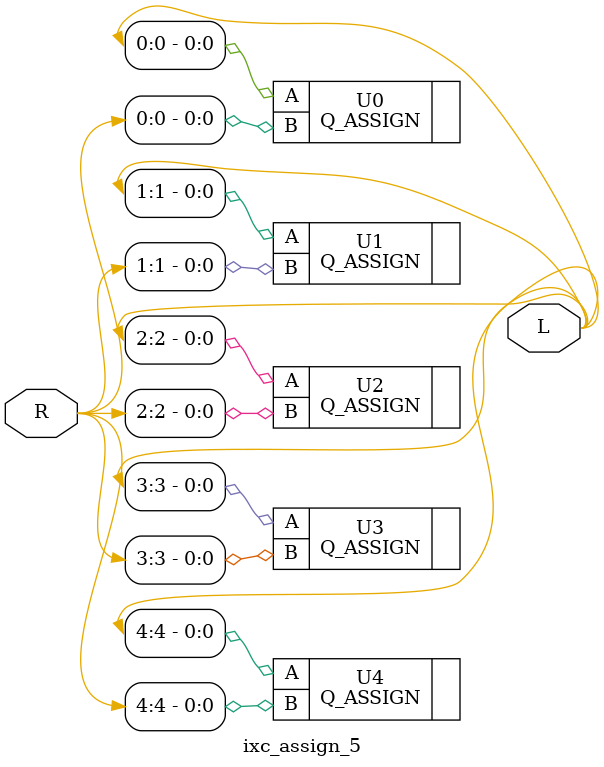
<source format=v>

`ifndef _2_                      
`ifdef CBV                      
`define _2_                      
`else                      
`define _2_ (* _2_state_ *)                      
`endif                      
`endif

module ixc_assign_5 ( L, R);
// pragma CVASTRPROP MODULE HDLICE HDL_MODULE_ATTRIBUTE "0 vlog"
output [4:0] L;
input [4:0] R;
Q_ASSIGN U0 ( .B(R[0]), .A(L[0]));
Q_ASSIGN U1 ( .B(R[1]), .A(L[1]));
Q_ASSIGN U2 ( .B(R[2]), .A(L[2]));
Q_ASSIGN U3 ( .B(R[3]), .A(L[3]));
Q_ASSIGN U4 ( .B(R[4]), .A(L[4]));
// pragma CVASTRPROP MODULE HDLICE HDL_TEMPLATE "ixc_assign"
// pragma CVASTRPROP MODULE HDLICE HDL_TEMPLATE_LIB "IXCOM_TEMP_LIBRARY"
endmodule

</source>
